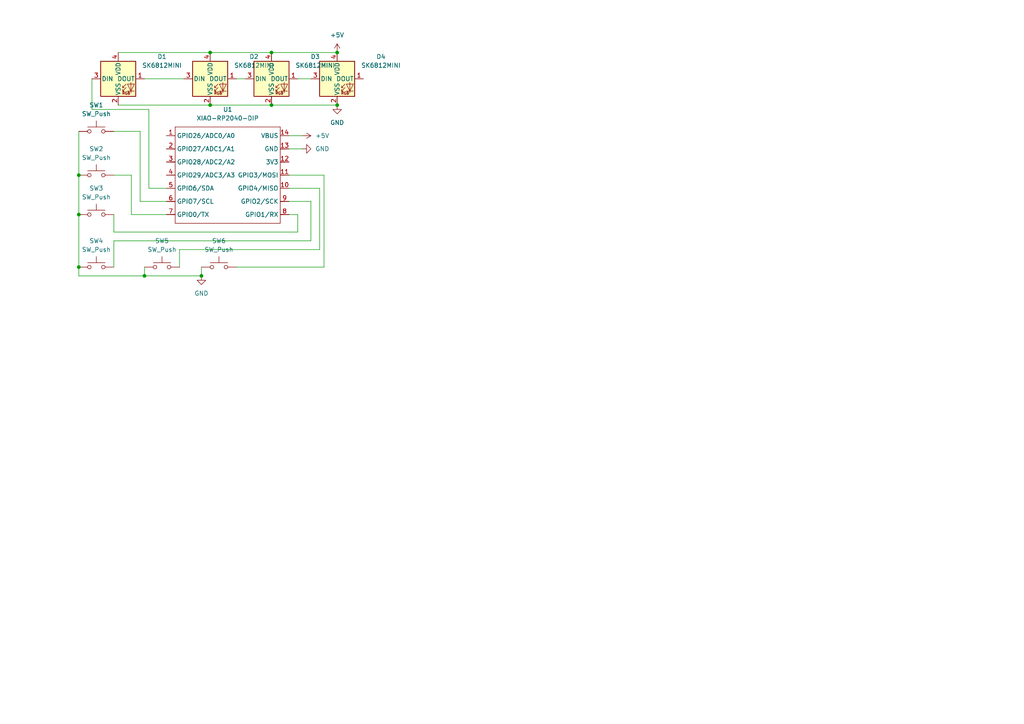
<source format=kicad_sch>
(kicad_sch
	(version 20250114)
	(generator "eeschema")
	(generator_version "9.0")
	(uuid "ecf43a95-1ecd-4ee0-98b8-0faa546a91b0")
	(paper "A4")
	(lib_symbols
		(symbol "LED:SK6812MINI"
			(pin_names
				(offset 0.254)
			)
			(exclude_from_sim no)
			(in_bom yes)
			(on_board yes)
			(property "Reference" "D"
				(at 5.08 5.715 0)
				(effects
					(font
						(size 1.27 1.27)
					)
					(justify right bottom)
				)
			)
			(property "Value" "SK6812MINI"
				(at 1.27 -5.715 0)
				(effects
					(font
						(size 1.27 1.27)
					)
					(justify left top)
				)
			)
			(property "Footprint" "LED_SMD:LED_SK6812MINI_PLCC4_3.5x3.5mm_P1.75mm"
				(at 1.27 -7.62 0)
				(effects
					(font
						(size 1.27 1.27)
					)
					(justify left top)
					(hide yes)
				)
			)
			(property "Datasheet" "https://cdn-shop.adafruit.com/product-files/2686/SK6812MINI_REV.01-1-2.pdf"
				(at 2.54 -9.525 0)
				(effects
					(font
						(size 1.27 1.27)
					)
					(justify left top)
					(hide yes)
				)
			)
			(property "Description" "RGB LED with integrated controller"
				(at 0 0 0)
				(effects
					(font
						(size 1.27 1.27)
					)
					(hide yes)
				)
			)
			(property "ki_keywords" "RGB LED NeoPixel Mini addressable"
				(at 0 0 0)
				(effects
					(font
						(size 1.27 1.27)
					)
					(hide yes)
				)
			)
			(property "ki_fp_filters" "LED*SK6812MINI*PLCC*3.5x3.5mm*P1.75mm*"
				(at 0 0 0)
				(effects
					(font
						(size 1.27 1.27)
					)
					(hide yes)
				)
			)
			(symbol "SK6812MINI_0_0"
				(text "RGB"
					(at 2.286 -4.191 0)
					(effects
						(font
							(size 0.762 0.762)
						)
					)
				)
			)
			(symbol "SK6812MINI_0_1"
				(polyline
					(pts
						(xy 1.27 -2.54) (xy 1.778 -2.54)
					)
					(stroke
						(width 0)
						(type default)
					)
					(fill
						(type none)
					)
				)
				(polyline
					(pts
						(xy 1.27 -3.556) (xy 1.778 -3.556)
					)
					(stroke
						(width 0)
						(type default)
					)
					(fill
						(type none)
					)
				)
				(polyline
					(pts
						(xy 2.286 -1.524) (xy 1.27 -2.54) (xy 1.27 -2.032)
					)
					(stroke
						(width 0)
						(type default)
					)
					(fill
						(type none)
					)
				)
				(polyline
					(pts
						(xy 2.286 -2.54) (xy 1.27 -3.556) (xy 1.27 -3.048)
					)
					(stroke
						(width 0)
						(type default)
					)
					(fill
						(type none)
					)
				)
				(polyline
					(pts
						(xy 3.683 -1.016) (xy 3.683 -3.556) (xy 3.683 -4.064)
					)
					(stroke
						(width 0)
						(type default)
					)
					(fill
						(type none)
					)
				)
				(polyline
					(pts
						(xy 4.699 -1.524) (xy 2.667 -1.524) (xy 3.683 -3.556) (xy 4.699 -1.524)
					)
					(stroke
						(width 0)
						(type default)
					)
					(fill
						(type none)
					)
				)
				(polyline
					(pts
						(xy 4.699 -3.556) (xy 2.667 -3.556)
					)
					(stroke
						(width 0)
						(type default)
					)
					(fill
						(type none)
					)
				)
				(rectangle
					(start 5.08 5.08)
					(end -5.08 -5.08)
					(stroke
						(width 0.254)
						(type default)
					)
					(fill
						(type background)
					)
				)
			)
			(symbol "SK6812MINI_1_1"
				(pin input line
					(at -7.62 0 0)
					(length 2.54)
					(name "DIN"
						(effects
							(font
								(size 1.27 1.27)
							)
						)
					)
					(number "3"
						(effects
							(font
								(size 1.27 1.27)
							)
						)
					)
				)
				(pin power_in line
					(at 0 7.62 270)
					(length 2.54)
					(name "VDD"
						(effects
							(font
								(size 1.27 1.27)
							)
						)
					)
					(number "4"
						(effects
							(font
								(size 1.27 1.27)
							)
						)
					)
				)
				(pin power_in line
					(at 0 -7.62 90)
					(length 2.54)
					(name "VSS"
						(effects
							(font
								(size 1.27 1.27)
							)
						)
					)
					(number "2"
						(effects
							(font
								(size 1.27 1.27)
							)
						)
					)
				)
				(pin output line
					(at 7.62 0 180)
					(length 2.54)
					(name "DOUT"
						(effects
							(font
								(size 1.27 1.27)
							)
						)
					)
					(number "1"
						(effects
							(font
								(size 1.27 1.27)
							)
						)
					)
				)
			)
			(embedded_fonts no)
		)
		(symbol "Seeed_Studio_XIAO_Series:XIAO-RP2040-DIP"
			(exclude_from_sim no)
			(in_bom yes)
			(on_board yes)
			(property "Reference" "U"
				(at 0 0 0)
				(effects
					(font
						(size 1.27 1.27)
					)
				)
			)
			(property "Value" "XIAO-RP2040-DIP"
				(at 5.334 -1.778 0)
				(effects
					(font
						(size 1.27 1.27)
					)
				)
			)
			(property "Footprint" "Module:MOUDLE14P-XIAO-DIP-SMD"
				(at 14.478 -32.258 0)
				(effects
					(font
						(size 1.27 1.27)
					)
					(hide yes)
				)
			)
			(property "Datasheet" ""
				(at 0 0 0)
				(effects
					(font
						(size 1.27 1.27)
					)
					(hide yes)
				)
			)
			(property "Description" ""
				(at 0 0 0)
				(effects
					(font
						(size 1.27 1.27)
					)
					(hide yes)
				)
			)
			(symbol "XIAO-RP2040-DIP_1_0"
				(polyline
					(pts
						(xy -1.27 -2.54) (xy 29.21 -2.54)
					)
					(stroke
						(width 0.1524)
						(type solid)
					)
					(fill
						(type none)
					)
				)
				(polyline
					(pts
						(xy -1.27 -5.08) (xy -2.54 -5.08)
					)
					(stroke
						(width 0.1524)
						(type solid)
					)
					(fill
						(type none)
					)
				)
				(polyline
					(pts
						(xy -1.27 -5.08) (xy -1.27 -2.54)
					)
					(stroke
						(width 0.1524)
						(type solid)
					)
					(fill
						(type none)
					)
				)
				(polyline
					(pts
						(xy -1.27 -8.89) (xy -2.54 -8.89)
					)
					(stroke
						(width 0.1524)
						(type solid)
					)
					(fill
						(type none)
					)
				)
				(polyline
					(pts
						(xy -1.27 -8.89) (xy -1.27 -5.08)
					)
					(stroke
						(width 0.1524)
						(type solid)
					)
					(fill
						(type none)
					)
				)
				(polyline
					(pts
						(xy -1.27 -12.7) (xy -2.54 -12.7)
					)
					(stroke
						(width 0.1524)
						(type solid)
					)
					(fill
						(type none)
					)
				)
				(polyline
					(pts
						(xy -1.27 -12.7) (xy -1.27 -8.89)
					)
					(stroke
						(width 0.1524)
						(type solid)
					)
					(fill
						(type none)
					)
				)
				(polyline
					(pts
						(xy -1.27 -16.51) (xy -2.54 -16.51)
					)
					(stroke
						(width 0.1524)
						(type solid)
					)
					(fill
						(type none)
					)
				)
				(polyline
					(pts
						(xy -1.27 -16.51) (xy -1.27 -12.7)
					)
					(stroke
						(width 0.1524)
						(type solid)
					)
					(fill
						(type none)
					)
				)
				(polyline
					(pts
						(xy -1.27 -20.32) (xy -2.54 -20.32)
					)
					(stroke
						(width 0.1524)
						(type solid)
					)
					(fill
						(type none)
					)
				)
				(polyline
					(pts
						(xy -1.27 -24.13) (xy -2.54 -24.13)
					)
					(stroke
						(width 0.1524)
						(type solid)
					)
					(fill
						(type none)
					)
				)
				(polyline
					(pts
						(xy -1.27 -27.94) (xy -2.54 -27.94)
					)
					(stroke
						(width 0.1524)
						(type solid)
					)
					(fill
						(type none)
					)
				)
				(polyline
					(pts
						(xy -1.27 -30.48) (xy -1.27 -16.51)
					)
					(stroke
						(width 0.1524)
						(type solid)
					)
					(fill
						(type none)
					)
				)
				(polyline
					(pts
						(xy 29.21 -2.54) (xy 29.21 -5.08)
					)
					(stroke
						(width 0.1524)
						(type solid)
					)
					(fill
						(type none)
					)
				)
				(polyline
					(pts
						(xy 29.21 -5.08) (xy 29.21 -8.89)
					)
					(stroke
						(width 0.1524)
						(type solid)
					)
					(fill
						(type none)
					)
				)
				(polyline
					(pts
						(xy 29.21 -8.89) (xy 29.21 -12.7)
					)
					(stroke
						(width 0.1524)
						(type solid)
					)
					(fill
						(type none)
					)
				)
				(polyline
					(pts
						(xy 29.21 -12.7) (xy 29.21 -30.48)
					)
					(stroke
						(width 0.1524)
						(type solid)
					)
					(fill
						(type none)
					)
				)
				(polyline
					(pts
						(xy 29.21 -30.48) (xy -1.27 -30.48)
					)
					(stroke
						(width 0.1524)
						(type solid)
					)
					(fill
						(type none)
					)
				)
				(polyline
					(pts
						(xy 30.48 -5.08) (xy 29.21 -5.08)
					)
					(stroke
						(width 0.1524)
						(type solid)
					)
					(fill
						(type none)
					)
				)
				(polyline
					(pts
						(xy 30.48 -8.89) (xy 29.21 -8.89)
					)
					(stroke
						(width 0.1524)
						(type solid)
					)
					(fill
						(type none)
					)
				)
				(polyline
					(pts
						(xy 30.48 -12.7) (xy 29.21 -12.7)
					)
					(stroke
						(width 0.1524)
						(type solid)
					)
					(fill
						(type none)
					)
				)
				(polyline
					(pts
						(xy 30.48 -16.51) (xy 29.21 -16.51)
					)
					(stroke
						(width 0.1524)
						(type solid)
					)
					(fill
						(type none)
					)
				)
				(polyline
					(pts
						(xy 30.48 -20.32) (xy 29.21 -20.32)
					)
					(stroke
						(width 0.1524)
						(type solid)
					)
					(fill
						(type none)
					)
				)
				(polyline
					(pts
						(xy 30.48 -24.13) (xy 29.21 -24.13)
					)
					(stroke
						(width 0.1524)
						(type solid)
					)
					(fill
						(type none)
					)
				)
				(polyline
					(pts
						(xy 30.48 -27.94) (xy 29.21 -27.94)
					)
					(stroke
						(width 0.1524)
						(type solid)
					)
					(fill
						(type none)
					)
				)
				(pin passive line
					(at -3.81 -5.08 0)
					(length 2.54)
					(name "GPIO26/ADC0/A0"
						(effects
							(font
								(size 1.27 1.27)
							)
						)
					)
					(number "1"
						(effects
							(font
								(size 1.27 1.27)
							)
						)
					)
				)
				(pin passive line
					(at -3.81 -8.89 0)
					(length 2.54)
					(name "GPIO27/ADC1/A1"
						(effects
							(font
								(size 1.27 1.27)
							)
						)
					)
					(number "2"
						(effects
							(font
								(size 1.27 1.27)
							)
						)
					)
				)
				(pin passive line
					(at -3.81 -12.7 0)
					(length 2.54)
					(name "GPIO28/ADC2/A2"
						(effects
							(font
								(size 1.27 1.27)
							)
						)
					)
					(number "3"
						(effects
							(font
								(size 1.27 1.27)
							)
						)
					)
				)
				(pin passive line
					(at -3.81 -16.51 0)
					(length 2.54)
					(name "GPIO29/ADC3/A3"
						(effects
							(font
								(size 1.27 1.27)
							)
						)
					)
					(number "4"
						(effects
							(font
								(size 1.27 1.27)
							)
						)
					)
				)
				(pin passive line
					(at -3.81 -20.32 0)
					(length 2.54)
					(name "GPIO6/SDA"
						(effects
							(font
								(size 1.27 1.27)
							)
						)
					)
					(number "5"
						(effects
							(font
								(size 1.27 1.27)
							)
						)
					)
				)
				(pin passive line
					(at -3.81 -24.13 0)
					(length 2.54)
					(name "GPIO7/SCL"
						(effects
							(font
								(size 1.27 1.27)
							)
						)
					)
					(number "6"
						(effects
							(font
								(size 1.27 1.27)
							)
						)
					)
				)
				(pin passive line
					(at -3.81 -27.94 0)
					(length 2.54)
					(name "GPIO0/TX"
						(effects
							(font
								(size 1.27 1.27)
							)
						)
					)
					(number "7"
						(effects
							(font
								(size 1.27 1.27)
							)
						)
					)
				)
				(pin passive line
					(at 31.75 -5.08 180)
					(length 2.54)
					(name "VBUS"
						(effects
							(font
								(size 1.27 1.27)
							)
						)
					)
					(number "14"
						(effects
							(font
								(size 1.27 1.27)
							)
						)
					)
				)
				(pin passive line
					(at 31.75 -8.89 180)
					(length 2.54)
					(name "GND"
						(effects
							(font
								(size 1.27 1.27)
							)
						)
					)
					(number "13"
						(effects
							(font
								(size 1.27 1.27)
							)
						)
					)
				)
				(pin passive line
					(at 31.75 -12.7 180)
					(length 2.54)
					(name "3V3"
						(effects
							(font
								(size 1.27 1.27)
							)
						)
					)
					(number "12"
						(effects
							(font
								(size 1.27 1.27)
							)
						)
					)
				)
				(pin passive line
					(at 31.75 -16.51 180)
					(length 2.54)
					(name "GPIO3/MOSI"
						(effects
							(font
								(size 1.27 1.27)
							)
						)
					)
					(number "11"
						(effects
							(font
								(size 1.27 1.27)
							)
						)
					)
				)
				(pin passive line
					(at 31.75 -20.32 180)
					(length 2.54)
					(name "GPIO4/MISO"
						(effects
							(font
								(size 1.27 1.27)
							)
						)
					)
					(number "10"
						(effects
							(font
								(size 1.27 1.27)
							)
						)
					)
				)
				(pin passive line
					(at 31.75 -24.13 180)
					(length 2.54)
					(name "GPIO2/SCK"
						(effects
							(font
								(size 1.27 1.27)
							)
						)
					)
					(number "9"
						(effects
							(font
								(size 1.27 1.27)
							)
						)
					)
				)
				(pin passive line
					(at 31.75 -27.94 180)
					(length 2.54)
					(name "GPIO1/RX"
						(effects
							(font
								(size 1.27 1.27)
							)
						)
					)
					(number "8"
						(effects
							(font
								(size 1.27 1.27)
							)
						)
					)
				)
			)
			(embedded_fonts no)
		)
		(symbol "Switch:SW_Push"
			(pin_numbers
				(hide yes)
			)
			(pin_names
				(offset 1.016)
				(hide yes)
			)
			(exclude_from_sim no)
			(in_bom yes)
			(on_board yes)
			(property "Reference" "SW"
				(at 1.27 2.54 0)
				(effects
					(font
						(size 1.27 1.27)
					)
					(justify left)
				)
			)
			(property "Value" "SW_Push"
				(at 0 -1.524 0)
				(effects
					(font
						(size 1.27 1.27)
					)
				)
			)
			(property "Footprint" ""
				(at 0 5.08 0)
				(effects
					(font
						(size 1.27 1.27)
					)
					(hide yes)
				)
			)
			(property "Datasheet" "~"
				(at 0 5.08 0)
				(effects
					(font
						(size 1.27 1.27)
					)
					(hide yes)
				)
			)
			(property "Description" "Push button switch, generic, two pins"
				(at 0 0 0)
				(effects
					(font
						(size 1.27 1.27)
					)
					(hide yes)
				)
			)
			(property "ki_keywords" "switch normally-open pushbutton push-button"
				(at 0 0 0)
				(effects
					(font
						(size 1.27 1.27)
					)
					(hide yes)
				)
			)
			(symbol "SW_Push_0_1"
				(circle
					(center -2.032 0)
					(radius 0.508)
					(stroke
						(width 0)
						(type default)
					)
					(fill
						(type none)
					)
				)
				(polyline
					(pts
						(xy 0 1.27) (xy 0 3.048)
					)
					(stroke
						(width 0)
						(type default)
					)
					(fill
						(type none)
					)
				)
				(circle
					(center 2.032 0)
					(radius 0.508)
					(stroke
						(width 0)
						(type default)
					)
					(fill
						(type none)
					)
				)
				(polyline
					(pts
						(xy 2.54 1.27) (xy -2.54 1.27)
					)
					(stroke
						(width 0)
						(type default)
					)
					(fill
						(type none)
					)
				)
				(pin passive line
					(at -5.08 0 0)
					(length 2.54)
					(name "1"
						(effects
							(font
								(size 1.27 1.27)
							)
						)
					)
					(number "1"
						(effects
							(font
								(size 1.27 1.27)
							)
						)
					)
				)
				(pin passive line
					(at 5.08 0 180)
					(length 2.54)
					(name "2"
						(effects
							(font
								(size 1.27 1.27)
							)
						)
					)
					(number "2"
						(effects
							(font
								(size 1.27 1.27)
							)
						)
					)
				)
			)
			(embedded_fonts no)
		)
		(symbol "power:+5V"
			(power)
			(pin_numbers
				(hide yes)
			)
			(pin_names
				(offset 0)
				(hide yes)
			)
			(exclude_from_sim no)
			(in_bom yes)
			(on_board yes)
			(property "Reference" "#PWR"
				(at 0 -3.81 0)
				(effects
					(font
						(size 1.27 1.27)
					)
					(hide yes)
				)
			)
			(property "Value" "+5V"
				(at 0 3.556 0)
				(effects
					(font
						(size 1.27 1.27)
					)
				)
			)
			(property "Footprint" ""
				(at 0 0 0)
				(effects
					(font
						(size 1.27 1.27)
					)
					(hide yes)
				)
			)
			(property "Datasheet" ""
				(at 0 0 0)
				(effects
					(font
						(size 1.27 1.27)
					)
					(hide yes)
				)
			)
			(property "Description" "Power symbol creates a global label with name \"+5V\""
				(at 0 0 0)
				(effects
					(font
						(size 1.27 1.27)
					)
					(hide yes)
				)
			)
			(property "ki_keywords" "global power"
				(at 0 0 0)
				(effects
					(font
						(size 1.27 1.27)
					)
					(hide yes)
				)
			)
			(symbol "+5V_0_1"
				(polyline
					(pts
						(xy -0.762 1.27) (xy 0 2.54)
					)
					(stroke
						(width 0)
						(type default)
					)
					(fill
						(type none)
					)
				)
				(polyline
					(pts
						(xy 0 2.54) (xy 0.762 1.27)
					)
					(stroke
						(width 0)
						(type default)
					)
					(fill
						(type none)
					)
				)
				(polyline
					(pts
						(xy 0 0) (xy 0 2.54)
					)
					(stroke
						(width 0)
						(type default)
					)
					(fill
						(type none)
					)
				)
			)
			(symbol "+5V_1_1"
				(pin power_in line
					(at 0 0 90)
					(length 0)
					(name "~"
						(effects
							(font
								(size 1.27 1.27)
							)
						)
					)
					(number "1"
						(effects
							(font
								(size 1.27 1.27)
							)
						)
					)
				)
			)
			(embedded_fonts no)
		)
		(symbol "power:GND"
			(power)
			(pin_numbers
				(hide yes)
			)
			(pin_names
				(offset 0)
				(hide yes)
			)
			(exclude_from_sim no)
			(in_bom yes)
			(on_board yes)
			(property "Reference" "#PWR"
				(at 0 -6.35 0)
				(effects
					(font
						(size 1.27 1.27)
					)
					(hide yes)
				)
			)
			(property "Value" "GND"
				(at 0 -3.81 0)
				(effects
					(font
						(size 1.27 1.27)
					)
				)
			)
			(property "Footprint" ""
				(at 0 0 0)
				(effects
					(font
						(size 1.27 1.27)
					)
					(hide yes)
				)
			)
			(property "Datasheet" ""
				(at 0 0 0)
				(effects
					(font
						(size 1.27 1.27)
					)
					(hide yes)
				)
			)
			(property "Description" "Power symbol creates a global label with name \"GND\" , ground"
				(at 0 0 0)
				(effects
					(font
						(size 1.27 1.27)
					)
					(hide yes)
				)
			)
			(property "ki_keywords" "global power"
				(at 0 0 0)
				(effects
					(font
						(size 1.27 1.27)
					)
					(hide yes)
				)
			)
			(symbol "GND_0_1"
				(polyline
					(pts
						(xy 0 0) (xy 0 -1.27) (xy 1.27 -1.27) (xy 0 -2.54) (xy -1.27 -1.27) (xy 0 -1.27)
					)
					(stroke
						(width 0)
						(type default)
					)
					(fill
						(type none)
					)
				)
			)
			(symbol "GND_1_1"
				(pin power_in line
					(at 0 0 270)
					(length 0)
					(name "~"
						(effects
							(font
								(size 1.27 1.27)
							)
						)
					)
					(number "1"
						(effects
							(font
								(size 1.27 1.27)
							)
						)
					)
				)
			)
			(embedded_fonts no)
		)
	)
	(junction
		(at 22.86 50.8)
		(diameter 0)
		(color 0 0 0 0)
		(uuid "17a599c3-9f1d-42cd-94d4-b95c17d783b1")
	)
	(junction
		(at 78.74 15.24)
		(diameter 0)
		(color 0 0 0 0)
		(uuid "1830bd7a-95ca-4503-b8bf-39078bca018a")
	)
	(junction
		(at 58.42 80.01)
		(diameter 0)
		(color 0 0 0 0)
		(uuid "1e3d5755-1b56-45bd-9026-40975bffb43c")
	)
	(junction
		(at 41.91 80.01)
		(diameter 0)
		(color 0 0 0 0)
		(uuid "25d429ab-15bb-4d9b-8947-eb3bf7072cc7")
	)
	(junction
		(at 22.86 77.47)
		(diameter 0)
		(color 0 0 0 0)
		(uuid "2eae7877-9ad6-4caf-bdd0-86a89101d1b9")
	)
	(junction
		(at 60.96 15.24)
		(diameter 0)
		(color 0 0 0 0)
		(uuid "4a8975d7-ea23-4325-ab1b-dfd842c8a2b3")
	)
	(junction
		(at 97.79 15.24)
		(diameter 0)
		(color 0 0 0 0)
		(uuid "76fc2aef-1441-4f1c-a757-213d6ddb7b82")
	)
	(junction
		(at 97.79 30.48)
		(diameter 0)
		(color 0 0 0 0)
		(uuid "b2d7ea22-ef4a-490e-a242-605f4bec19fa")
	)
	(junction
		(at 78.74 30.48)
		(diameter 0)
		(color 0 0 0 0)
		(uuid "f1e71338-0066-467c-a356-59439c45e762")
	)
	(junction
		(at 60.96 30.48)
		(diameter 0)
		(color 0 0 0 0)
		(uuid "fd07e674-9706-4ac2-90d8-767a1cc45e56")
	)
	(junction
		(at 22.86 62.23)
		(diameter 0)
		(color 0 0 0 0)
		(uuid "fdd622e9-feac-40de-9e13-13d4284b49af")
	)
	(wire
		(pts
			(xy 22.86 77.47) (xy 22.86 80.01)
		)
		(stroke
			(width 0)
			(type default)
		)
		(uuid "080d3b43-146b-4e5e-a11e-d7c7b2517aef")
	)
	(wire
		(pts
			(xy 40.64 38.1) (xy 33.02 38.1)
		)
		(stroke
			(width 0)
			(type default)
		)
		(uuid "0b9088f5-6578-439a-9221-f52ac8f3c022")
	)
	(wire
		(pts
			(xy 92.71 54.61) (xy 92.71 72.39)
		)
		(stroke
			(width 0)
			(type default)
		)
		(uuid "0bb7b0e6-dbf6-4bc1-bb2b-199112001520")
	)
	(wire
		(pts
			(xy 48.26 58.42) (xy 40.64 58.42)
		)
		(stroke
			(width 0)
			(type default)
		)
		(uuid "1420ed12-3da9-4c09-8e8c-0e2098dc02bf")
	)
	(wire
		(pts
			(xy 52.07 72.39) (xy 52.07 77.47)
		)
		(stroke
			(width 0)
			(type default)
		)
		(uuid "159f6c9a-e3eb-4ed9-acb4-eac694ffc948")
	)
	(wire
		(pts
			(xy 86.36 62.23) (xy 86.36 67.31)
		)
		(stroke
			(width 0)
			(type default)
		)
		(uuid "15ba0b28-90bf-4c13-917c-54b45f16bb54")
	)
	(wire
		(pts
			(xy 87.63 43.18) (xy 83.82 43.18)
		)
		(stroke
			(width 0)
			(type default)
		)
		(uuid "1a404e9a-b5e7-457d-ad60-19befda33570")
	)
	(wire
		(pts
			(xy 48.26 62.23) (xy 38.1 62.23)
		)
		(stroke
			(width 0)
			(type default)
		)
		(uuid "2927cf1e-dd14-4806-ae3b-2e8475784d98")
	)
	(wire
		(pts
			(xy 90.17 69.85) (xy 33.02 69.85)
		)
		(stroke
			(width 0)
			(type default)
		)
		(uuid "2d35e6d3-615f-49b5-a02c-115883d884a8")
	)
	(wire
		(pts
			(xy 38.1 62.23) (xy 38.1 50.8)
		)
		(stroke
			(width 0)
			(type default)
		)
		(uuid "33451812-4c21-4be9-9970-29a1f7a3674a")
	)
	(wire
		(pts
			(xy 86.36 22.86) (xy 90.17 22.86)
		)
		(stroke
			(width 0)
			(type default)
		)
		(uuid "3e3ee621-708a-4b5b-bf79-b89c4a09708c")
	)
	(wire
		(pts
			(xy 43.18 54.61) (xy 43.18 31.75)
		)
		(stroke
			(width 0)
			(type default)
		)
		(uuid "40fbfd9b-781d-4ee8-bbb0-17bcfc2b40b9")
	)
	(wire
		(pts
			(xy 60.96 30.48) (xy 78.74 30.48)
		)
		(stroke
			(width 0)
			(type default)
		)
		(uuid "42be1fd1-3699-44b6-be85-b2e9b336d3d7")
	)
	(wire
		(pts
			(xy 38.1 50.8) (xy 33.02 50.8)
		)
		(stroke
			(width 0)
			(type default)
		)
		(uuid "4ac1f20e-e0ee-409f-ad9c-a9f99ff3cbc0")
	)
	(wire
		(pts
			(xy 26.67 31.75) (xy 26.67 22.86)
		)
		(stroke
			(width 0)
			(type default)
		)
		(uuid "4b2f5f75-e055-4696-b9b3-26ff55b0a061")
	)
	(wire
		(pts
			(xy 34.29 30.48) (xy 60.96 30.48)
		)
		(stroke
			(width 0)
			(type default)
		)
		(uuid "52c503b9-10ac-456c-a3a3-7bc6a4257a43")
	)
	(wire
		(pts
			(xy 93.98 50.8) (xy 93.98 77.47)
		)
		(stroke
			(width 0)
			(type default)
		)
		(uuid "5a352de5-c43b-4fa5-b3a7-891c224a465a")
	)
	(wire
		(pts
			(xy 90.17 58.42) (xy 90.17 69.85)
		)
		(stroke
			(width 0)
			(type default)
		)
		(uuid "5e40299d-11d2-48e2-a5fc-b10a1c136e1b")
	)
	(wire
		(pts
			(xy 58.42 77.47) (xy 58.42 80.01)
		)
		(stroke
			(width 0)
			(type default)
		)
		(uuid "620fc2ee-9e4f-4033-920f-24fbd0b42274")
	)
	(wire
		(pts
			(xy 78.74 30.48) (xy 97.79 30.48)
		)
		(stroke
			(width 0)
			(type default)
		)
		(uuid "63f336ef-19c3-48e9-b302-b2f146b490e4")
	)
	(wire
		(pts
			(xy 48.26 54.61) (xy 43.18 54.61)
		)
		(stroke
			(width 0)
			(type default)
		)
		(uuid "68a94d2a-c6f7-4cb9-8de7-821c6a2afe7d")
	)
	(wire
		(pts
			(xy 86.36 67.31) (xy 33.02 67.31)
		)
		(stroke
			(width 0)
			(type default)
		)
		(uuid "763c4533-fbdc-447f-9740-9f75910a0e08")
	)
	(wire
		(pts
			(xy 83.82 58.42) (xy 90.17 58.42)
		)
		(stroke
			(width 0)
			(type default)
		)
		(uuid "780dba9d-8f47-4a73-b7bf-89ac3654a19a")
	)
	(wire
		(pts
			(xy 83.82 62.23) (xy 86.36 62.23)
		)
		(stroke
			(width 0)
			(type default)
		)
		(uuid "801881c6-9c77-475e-bc82-52cd4c0609f6")
	)
	(wire
		(pts
			(xy 33.02 67.31) (xy 33.02 62.23)
		)
		(stroke
			(width 0)
			(type default)
		)
		(uuid "849335d9-b351-430d-bec0-cc0cf512c8c5")
	)
	(wire
		(pts
			(xy 83.82 50.8) (xy 93.98 50.8)
		)
		(stroke
			(width 0)
			(type default)
		)
		(uuid "8a9d17ed-d4cb-47f3-bbbc-4ffd6c5c7994")
	)
	(wire
		(pts
			(xy 22.86 62.23) (xy 22.86 77.47)
		)
		(stroke
			(width 0)
			(type default)
		)
		(uuid "8c662896-e20d-402a-af88-3040058e6718")
	)
	(wire
		(pts
			(xy 83.82 54.61) (xy 92.71 54.61)
		)
		(stroke
			(width 0)
			(type default)
		)
		(uuid "8f6719ec-c569-4d01-8f16-09329ae3e75d")
	)
	(wire
		(pts
			(xy 33.02 69.85) (xy 33.02 77.47)
		)
		(stroke
			(width 0)
			(type default)
		)
		(uuid "90ae87ce-c69e-495e-b8c0-0904d448a481")
	)
	(wire
		(pts
			(xy 60.96 15.24) (xy 78.74 15.24)
		)
		(stroke
			(width 0)
			(type default)
		)
		(uuid "952d7cae-68da-4735-82de-a5fb362805d9")
	)
	(wire
		(pts
			(xy 83.82 39.37) (xy 87.63 39.37)
		)
		(stroke
			(width 0)
			(type default)
		)
		(uuid "95971625-51f0-4d3e-989f-58779c79d571")
	)
	(wire
		(pts
			(xy 22.86 38.1) (xy 22.86 50.8)
		)
		(stroke
			(width 0)
			(type default)
		)
		(uuid "9f5e4f79-e8aa-43f1-9be8-3b71de978638")
	)
	(wire
		(pts
			(xy 68.58 22.86) (xy 71.12 22.86)
		)
		(stroke
			(width 0)
			(type default)
		)
		(uuid "a4e01f50-ebc0-4eab-8591-46723f3d44b1")
	)
	(wire
		(pts
			(xy 41.91 80.01) (xy 41.91 77.47)
		)
		(stroke
			(width 0)
			(type default)
		)
		(uuid "a5251a81-e611-43d1-bcf2-4b441713f626")
	)
	(wire
		(pts
			(xy 41.91 80.01) (xy 58.42 80.01)
		)
		(stroke
			(width 0)
			(type default)
		)
		(uuid "acd75174-39f1-48ec-9d7a-ebff2f7384c6")
	)
	(wire
		(pts
			(xy 22.86 50.8) (xy 22.86 62.23)
		)
		(stroke
			(width 0)
			(type default)
		)
		(uuid "b738528c-42c5-4a42-b823-d06b3fafad2f")
	)
	(wire
		(pts
			(xy 92.71 72.39) (xy 52.07 72.39)
		)
		(stroke
			(width 0)
			(type default)
		)
		(uuid "c1568f9f-ee3e-4406-9f0e-2cadf345ca0f")
	)
	(wire
		(pts
			(xy 43.18 31.75) (xy 26.67 31.75)
		)
		(stroke
			(width 0)
			(type default)
		)
		(uuid "cfdd6a38-31a4-4e8a-86d0-317fb014c3c8")
	)
	(wire
		(pts
			(xy 40.64 58.42) (xy 40.64 38.1)
		)
		(stroke
			(width 0)
			(type default)
		)
		(uuid "d64eb159-9685-4727-b89a-b95ef29fa7b9")
	)
	(wire
		(pts
			(xy 78.74 15.24) (xy 97.79 15.24)
		)
		(stroke
			(width 0)
			(type default)
		)
		(uuid "d89b0aa1-c707-4a32-ac30-9ff94683bebc")
	)
	(wire
		(pts
			(xy 41.91 22.86) (xy 53.34 22.86)
		)
		(stroke
			(width 0)
			(type default)
		)
		(uuid "d9847a28-5fd8-48ac-b26d-b77f9b71fcb7")
	)
	(wire
		(pts
			(xy 93.98 77.47) (xy 68.58 77.47)
		)
		(stroke
			(width 0)
			(type default)
		)
		(uuid "e3f565a3-5dd5-427e-adcd-17bd7100e82c")
	)
	(wire
		(pts
			(xy 34.29 15.24) (xy 60.96 15.24)
		)
		(stroke
			(width 0)
			(type default)
		)
		(uuid "fadf0651-3dd6-4f2e-85a5-eaf3b3861706")
	)
	(wire
		(pts
			(xy 22.86 80.01) (xy 41.91 80.01)
		)
		(stroke
			(width 0)
			(type default)
		)
		(uuid "ffecf9ab-cd83-416d-bc97-85c567e368c7")
	)
	(symbol
		(lib_id "Switch:SW_Push")
		(at 27.94 62.23 0)
		(unit 1)
		(exclude_from_sim no)
		(in_bom yes)
		(on_board yes)
		(dnp no)
		(fields_autoplaced yes)
		(uuid "01188605-1fda-45ee-927a-6c36ddff0bcf")
		(property "Reference" "SW3"
			(at 27.94 54.61 0)
			(effects
				(font
					(size 1.27 1.27)
				)
			)
		)
		(property "Value" "SW_Push"
			(at 27.94 57.15 0)
			(effects
				(font
					(size 1.27 1.27)
				)
			)
		)
		(property "Footprint" "Button_Switch_Keyboard:SW_Cherry_MX_1.00u_PCB"
			(at 27.94 57.15 0)
			(effects
				(font
					(size 1.27 1.27)
				)
				(hide yes)
			)
		)
		(property "Datasheet" "~"
			(at 27.94 57.15 0)
			(effects
				(font
					(size 1.27 1.27)
				)
				(hide yes)
			)
		)
		(property "Description" "Push button switch, generic, two pins"
			(at 27.94 62.23 0)
			(effects
				(font
					(size 1.27 1.27)
				)
				(hide yes)
			)
		)
		(pin "1"
			(uuid "502a8023-eceb-4230-8034-1dc4ceaa3159")
		)
		(pin "2"
			(uuid "5d62139c-82e3-4c04-abee-3432ec443290")
		)
		(instances
			(project ""
				(path "/ecf43a95-1ecd-4ee0-98b8-0faa546a91b0"
					(reference "SW3")
					(unit 1)
				)
			)
		)
	)
	(symbol
		(lib_id "Switch:SW_Push")
		(at 46.99 77.47 0)
		(unit 1)
		(exclude_from_sim no)
		(in_bom yes)
		(on_board yes)
		(dnp no)
		(fields_autoplaced yes)
		(uuid "0ae6c104-197e-4e83-89ea-8e7be1c6ebc4")
		(property "Reference" "SW5"
			(at 46.99 69.85 0)
			(effects
				(font
					(size 1.27 1.27)
				)
			)
		)
		(property "Value" "SW_Push"
			(at 46.99 72.39 0)
			(effects
				(font
					(size 1.27 1.27)
				)
			)
		)
		(property "Footprint" "Button_Switch_Keyboard:SW_Cherry_MX_1.00u_PCB"
			(at 46.99 72.39 0)
			(effects
				(font
					(size 1.27 1.27)
				)
				(hide yes)
			)
		)
		(property "Datasheet" "~"
			(at 46.99 72.39 0)
			(effects
				(font
					(size 1.27 1.27)
				)
				(hide yes)
			)
		)
		(property "Description" "Push button switch, generic, two pins"
			(at 46.99 77.47 0)
			(effects
				(font
					(size 1.27 1.27)
				)
				(hide yes)
			)
		)
		(pin "2"
			(uuid "9e959c2f-f383-45b9-880b-3b536b132f88")
		)
		(pin "1"
			(uuid "c9a8c2a6-bbde-4c3e-ae66-21aed079df34")
		)
		(instances
			(project ""
				(path "/ecf43a95-1ecd-4ee0-98b8-0faa546a91b0"
					(reference "SW5")
					(unit 1)
				)
			)
		)
	)
	(symbol
		(lib_id "Switch:SW_Push")
		(at 27.94 38.1 0)
		(unit 1)
		(exclude_from_sim no)
		(in_bom yes)
		(on_board yes)
		(dnp no)
		(fields_autoplaced yes)
		(uuid "0de256e1-1edb-406b-b24a-19641294da45")
		(property "Reference" "SW1"
			(at 27.94 30.48 0)
			(effects
				(font
					(size 1.27 1.27)
				)
			)
		)
		(property "Value" "SW_Push"
			(at 27.94 33.02 0)
			(effects
				(font
					(size 1.27 1.27)
				)
			)
		)
		(property "Footprint" "Button_Switch_Keyboard:SW_Cherry_MX_1.00u_PCB"
			(at 27.94 33.02 0)
			(effects
				(font
					(size 1.27 1.27)
				)
				(hide yes)
			)
		)
		(property "Datasheet" "~"
			(at 27.94 33.02 0)
			(effects
				(font
					(size 1.27 1.27)
				)
				(hide yes)
			)
		)
		(property "Description" "Push button switch, generic, two pins"
			(at 27.94 38.1 0)
			(effects
				(font
					(size 1.27 1.27)
				)
				(hide yes)
			)
		)
		(pin "2"
			(uuid "ee622762-00ec-4bdc-923f-668341572636")
		)
		(pin "1"
			(uuid "b9281662-5901-4941-8b50-9aac74dbf2a9")
		)
		(instances
			(project ""
				(path "/ecf43a95-1ecd-4ee0-98b8-0faa546a91b0"
					(reference "SW1")
					(unit 1)
				)
			)
		)
	)
	(symbol
		(lib_id "power:GND")
		(at 58.42 80.01 0)
		(unit 1)
		(exclude_from_sim no)
		(in_bom yes)
		(on_board yes)
		(dnp no)
		(fields_autoplaced yes)
		(uuid "1c393ea3-41af-474c-ba97-f5cd381adc2c")
		(property "Reference" "#PWR04"
			(at 58.42 86.36 0)
			(effects
				(font
					(size 1.27 1.27)
				)
				(hide yes)
			)
		)
		(property "Value" "GND"
			(at 58.42 85.09 0)
			(effects
				(font
					(size 1.27 1.27)
				)
			)
		)
		(property "Footprint" ""
			(at 58.42 80.01 0)
			(effects
				(font
					(size 1.27 1.27)
				)
				(hide yes)
			)
		)
		(property "Datasheet" ""
			(at 58.42 80.01 0)
			(effects
				(font
					(size 1.27 1.27)
				)
				(hide yes)
			)
		)
		(property "Description" "Power symbol creates a global label with name \"GND\" , ground"
			(at 58.42 80.01 0)
			(effects
				(font
					(size 1.27 1.27)
				)
				(hide yes)
			)
		)
		(pin "1"
			(uuid "4b48a320-7876-4ef0-8a52-bf6c22a1379a")
		)
		(instances
			(project ""
				(path "/ecf43a95-1ecd-4ee0-98b8-0faa546a91b0"
					(reference "#PWR04")
					(unit 1)
				)
			)
		)
	)
	(symbol
		(lib_id "power:+5V")
		(at 97.79 15.24 0)
		(unit 1)
		(exclude_from_sim no)
		(in_bom yes)
		(on_board yes)
		(dnp no)
		(fields_autoplaced yes)
		(uuid "30d00262-12d8-4e7b-b4b1-73267d0f359f")
		(property "Reference" "#PWR05"
			(at 97.79 19.05 0)
			(effects
				(font
					(size 1.27 1.27)
				)
				(hide yes)
			)
		)
		(property "Value" "+5V"
			(at 97.79 10.16 0)
			(effects
				(font
					(size 1.27 1.27)
				)
			)
		)
		(property "Footprint" ""
			(at 97.79 15.24 0)
			(effects
				(font
					(size 1.27 1.27)
				)
				(hide yes)
			)
		)
		(property "Datasheet" ""
			(at 97.79 15.24 0)
			(effects
				(font
					(size 1.27 1.27)
				)
				(hide yes)
			)
		)
		(property "Description" "Power symbol creates a global label with name \"+5V\""
			(at 97.79 15.24 0)
			(effects
				(font
					(size 1.27 1.27)
				)
				(hide yes)
			)
		)
		(pin "1"
			(uuid "05eb04cc-5b4e-440f-bdbd-cfbc720257fa")
		)
		(instances
			(project ""
				(path "/ecf43a95-1ecd-4ee0-98b8-0faa546a91b0"
					(reference "#PWR05")
					(unit 1)
				)
			)
		)
	)
	(symbol
		(lib_id "LED:SK6812MINI")
		(at 34.29 22.86 0)
		(unit 1)
		(exclude_from_sim no)
		(in_bom yes)
		(on_board yes)
		(dnp no)
		(fields_autoplaced yes)
		(uuid "3e60725e-ea16-465a-aaa5-7b99aeaf2ef7")
		(property "Reference" "D1"
			(at 46.99 16.4398 0)
			(effects
				(font
					(size 1.27 1.27)
				)
			)
		)
		(property "Value" "SK6812MINI"
			(at 46.99 18.9798 0)
			(effects
				(font
					(size 1.27 1.27)
				)
			)
		)
		(property "Footprint" "LED_SMD:LED_SK6812MINI_PLCC4_3.5x3.5mm_P1.75mm"
			(at 35.56 30.48 0)
			(effects
				(font
					(size 1.27 1.27)
				)
				(justify left top)
				(hide yes)
			)
		)
		(property "Datasheet" "https://cdn-shop.adafruit.com/product-files/2686/SK6812MINI_REV.01-1-2.pdf"
			(at 36.83 32.385 0)
			(effects
				(font
					(size 1.27 1.27)
				)
				(justify left top)
				(hide yes)
			)
		)
		(property "Description" "RGB LED with integrated controller"
			(at 34.29 22.86 0)
			(effects
				(font
					(size 1.27 1.27)
				)
				(hide yes)
			)
		)
		(pin "2"
			(uuid "b5b26406-5fad-4625-9650-dc82835ec056")
		)
		(pin "3"
			(uuid "dea9281d-33f6-4549-8463-3d2a667de839")
		)
		(pin "1"
			(uuid "d04f49ce-6e28-4dea-a589-9ba45f797e78")
		)
		(pin "4"
			(uuid "22b133dc-9f21-4744-a435-5e211e3fc725")
		)
		(instances
			(project ""
				(path "/ecf43a95-1ecd-4ee0-98b8-0faa546a91b0"
					(reference "D1")
					(unit 1)
				)
			)
		)
	)
	(symbol
		(lib_id "LED:SK6812MINI")
		(at 60.96 22.86 0)
		(unit 1)
		(exclude_from_sim no)
		(in_bom yes)
		(on_board yes)
		(dnp no)
		(fields_autoplaced yes)
		(uuid "5373065c-30d0-4c7e-946a-271424bf302f")
		(property "Reference" "D2"
			(at 73.66 16.4398 0)
			(effects
				(font
					(size 1.27 1.27)
				)
			)
		)
		(property "Value" "SK6812MINI"
			(at 73.66 18.9798 0)
			(effects
				(font
					(size 1.27 1.27)
				)
			)
		)
		(property "Footprint" "LED_SMD:LED_SK6812MINI_PLCC4_3.5x3.5mm_P1.75mm"
			(at 62.23 30.48 0)
			(effects
				(font
					(size 1.27 1.27)
				)
				(justify left top)
				(hide yes)
			)
		)
		(property "Datasheet" "https://cdn-shop.adafruit.com/product-files/2686/SK6812MINI_REV.01-1-2.pdf"
			(at 63.5 32.385 0)
			(effects
				(font
					(size 1.27 1.27)
				)
				(justify left top)
				(hide yes)
			)
		)
		(property "Description" "RGB LED with integrated controller"
			(at 60.96 22.86 0)
			(effects
				(font
					(size 1.27 1.27)
				)
				(hide yes)
			)
		)
		(pin "3"
			(uuid "d693fb4c-1dfd-4642-beb8-2eba426f0001")
		)
		(pin "4"
			(uuid "1b1a5731-d44e-4c9b-ba64-30dc77144d18")
		)
		(pin "1"
			(uuid "0f5df837-5612-4285-a44b-2b8babe943d2")
		)
		(pin "2"
			(uuid "fdb4da02-240a-44f5-8915-79db234b5557")
		)
		(instances
			(project ""
				(path "/ecf43a95-1ecd-4ee0-98b8-0faa546a91b0"
					(reference "D2")
					(unit 1)
				)
			)
		)
	)
	(symbol
		(lib_id "Switch:SW_Push")
		(at 27.94 77.47 0)
		(unit 1)
		(exclude_from_sim no)
		(in_bom yes)
		(on_board yes)
		(dnp no)
		(fields_autoplaced yes)
		(uuid "5920e0ff-e1f8-4735-a77f-0e01a3072e38")
		(property "Reference" "SW4"
			(at 27.94 69.85 0)
			(effects
				(font
					(size 1.27 1.27)
				)
			)
		)
		(property "Value" "SW_Push"
			(at 27.94 72.39 0)
			(effects
				(font
					(size 1.27 1.27)
				)
			)
		)
		(property "Footprint" "Button_Switch_Keyboard:SW_Cherry_MX_1.00u_PCB"
			(at 27.94 72.39 0)
			(effects
				(font
					(size 1.27 1.27)
				)
				(hide yes)
			)
		)
		(property "Datasheet" "~"
			(at 27.94 72.39 0)
			(effects
				(font
					(size 1.27 1.27)
				)
				(hide yes)
			)
		)
		(property "Description" "Push button switch, generic, two pins"
			(at 27.94 77.47 0)
			(effects
				(font
					(size 1.27 1.27)
				)
				(hide yes)
			)
		)
		(pin "1"
			(uuid "c88f66c0-af39-4ce0-93d0-b256bbb35fac")
		)
		(pin "2"
			(uuid "deef8ca5-1a8a-4674-8566-950c5ad7827d")
		)
		(instances
			(project ""
				(path "/ecf43a95-1ecd-4ee0-98b8-0faa546a91b0"
					(reference "SW4")
					(unit 1)
				)
			)
		)
	)
	(symbol
		(lib_id "Seeed_Studio_XIAO_Series:XIAO-RP2040-DIP")
		(at 52.07 34.29 0)
		(unit 1)
		(exclude_from_sim no)
		(in_bom yes)
		(on_board yes)
		(dnp no)
		(fields_autoplaced yes)
		(uuid "869e0e96-0d18-4cc5-9827-db7c19052d16")
		(property "Reference" "U1"
			(at 66.04 31.75 0)
			(effects
				(font
					(size 1.27 1.27)
				)
			)
		)
		(property "Value" "XIAO-RP2040-DIP"
			(at 66.04 34.29 0)
			(effects
				(font
					(size 1.27 1.27)
				)
			)
		)
		(property "Footprint" "Hackpad:XIAO-RP2040-DIP"
			(at 66.548 66.548 0)
			(effects
				(font
					(size 1.27 1.27)
				)
				(hide yes)
			)
		)
		(property "Datasheet" ""
			(at 52.07 34.29 0)
			(effects
				(font
					(size 1.27 1.27)
				)
				(hide yes)
			)
		)
		(property "Description" ""
			(at 52.07 34.29 0)
			(effects
				(font
					(size 1.27 1.27)
				)
				(hide yes)
			)
		)
		(pin "1"
			(uuid "5fa08461-f30c-416d-9a3b-846ed15707fb")
		)
		(pin "3"
			(uuid "ab6ef3b1-a0cb-4c92-a8bc-f05602af4d09")
		)
		(pin "4"
			(uuid "e0ce0db2-414d-4630-87c7-2d1753dfcbd9")
		)
		(pin "5"
			(uuid "d73ade02-87ce-429d-ba82-387dbaabd014")
		)
		(pin "6"
			(uuid "5f4c881d-4ac1-4f10-966c-8a4627da035d")
		)
		(pin "7"
			(uuid "52a879cc-1a24-458e-9256-66beebeb9528")
		)
		(pin "14"
			(uuid "d6333dcf-8057-4e8a-8bff-9f2a32b612a4")
		)
		(pin "13"
			(uuid "f52cd3a1-bfcf-4236-a390-8c4499eb52ad")
		)
		(pin "12"
			(uuid "42d69567-c353-4389-9f63-7e47194fb43f")
		)
		(pin "2"
			(uuid "4c872310-3179-4f78-809e-6f1893834b39")
		)
		(pin "10"
			(uuid "c35a5427-e9b2-4d52-8fd1-2a0e3b840894")
		)
		(pin "9"
			(uuid "0a1bc119-ffaf-4a66-955d-45a824552e9e")
		)
		(pin "8"
			(uuid "7a715f47-5bac-497a-9146-bb20b998aeb0")
		)
		(pin "11"
			(uuid "16191351-2555-4b31-a6ed-dd2a523f411e")
		)
		(instances
			(project ""
				(path "/ecf43a95-1ecd-4ee0-98b8-0faa546a91b0"
					(reference "U1")
					(unit 1)
				)
			)
		)
	)
	(symbol
		(lib_id "Switch:SW_Push")
		(at 63.5 77.47 0)
		(unit 1)
		(exclude_from_sim no)
		(in_bom yes)
		(on_board yes)
		(dnp no)
		(fields_autoplaced yes)
		(uuid "a1c52067-3be6-4ec9-a9e0-4c9b94802149")
		(property "Reference" "SW6"
			(at 63.5 69.85 0)
			(effects
				(font
					(size 1.27 1.27)
				)
			)
		)
		(property "Value" "SW_Push"
			(at 63.5 72.39 0)
			(effects
				(font
					(size 1.27 1.27)
				)
			)
		)
		(property "Footprint" "Button_Switch_Keyboard:SW_Cherry_MX_1.00u_PCB"
			(at 63.5 72.39 0)
			(effects
				(font
					(size 1.27 1.27)
				)
				(hide yes)
			)
		)
		(property "Datasheet" "~"
			(at 63.5 72.39 0)
			(effects
				(font
					(size 1.27 1.27)
				)
				(hide yes)
			)
		)
		(property "Description" "Push button switch, generic, two pins"
			(at 63.5 77.47 0)
			(effects
				(font
					(size 1.27 1.27)
				)
				(hide yes)
			)
		)
		(pin "1"
			(uuid "a7bad79d-a654-479f-99d5-eb908a628faf")
		)
		(pin "2"
			(uuid "ddfc034d-1e29-4437-bb89-6425afb070b4")
		)
		(instances
			(project ""
				(path "/ecf43a95-1ecd-4ee0-98b8-0faa546a91b0"
					(reference "SW6")
					(unit 1)
				)
			)
		)
	)
	(symbol
		(lib_id "power:GND")
		(at 87.63 43.18 90)
		(unit 1)
		(exclude_from_sim no)
		(in_bom yes)
		(on_board yes)
		(dnp no)
		(fields_autoplaced yes)
		(uuid "a37820e6-67dc-442c-9c4c-77da70330d2e")
		(property "Reference" "#PWR01"
			(at 93.98 43.18 0)
			(effects
				(font
					(size 1.27 1.27)
				)
				(hide yes)
			)
		)
		(property "Value" "GND"
			(at 91.44 43.1799 90)
			(effects
				(font
					(size 1.27 1.27)
				)
				(justify right)
			)
		)
		(property "Footprint" ""
			(at 87.63 43.18 0)
			(effects
				(font
					(size 1.27 1.27)
				)
				(hide yes)
			)
		)
		(property "Datasheet" ""
			(at 87.63 43.18 0)
			(effects
				(font
					(size 1.27 1.27)
				)
				(hide yes)
			)
		)
		(property "Description" "Power symbol creates a global label with name \"GND\" , ground"
			(at 87.63 43.18 0)
			(effects
				(font
					(size 1.27 1.27)
				)
				(hide yes)
			)
		)
		(pin "1"
			(uuid "f99ce55b-2844-4711-b090-006d659d9f20")
		)
		(instances
			(project ""
				(path "/ecf43a95-1ecd-4ee0-98b8-0faa546a91b0"
					(reference "#PWR01")
					(unit 1)
				)
			)
		)
	)
	(symbol
		(lib_id "power:+5V")
		(at 87.63 39.37 270)
		(unit 1)
		(exclude_from_sim no)
		(in_bom yes)
		(on_board yes)
		(dnp no)
		(fields_autoplaced yes)
		(uuid "a57c9b14-6a96-45ef-9b64-e8f412346fbe")
		(property "Reference" "#PWR02"
			(at 83.82 39.37 0)
			(effects
				(font
					(size 1.27 1.27)
				)
				(hide yes)
			)
		)
		(property "Value" "+5V"
			(at 91.44 39.3699 90)
			(effects
				(font
					(size 1.27 1.27)
				)
				(justify left)
			)
		)
		(property "Footprint" ""
			(at 87.63 39.37 0)
			(effects
				(font
					(size 1.27 1.27)
				)
				(hide yes)
			)
		)
		(property "Datasheet" ""
			(at 87.63 39.37 0)
			(effects
				(font
					(size 1.27 1.27)
				)
				(hide yes)
			)
		)
		(property "Description" "Power symbol creates a global label with name \"+5V\""
			(at 87.63 39.37 0)
			(effects
				(font
					(size 1.27 1.27)
				)
				(hide yes)
			)
		)
		(pin "1"
			(uuid "5375c0f6-88da-4360-b00d-c182ed74d22e")
		)
		(instances
			(project ""
				(path "/ecf43a95-1ecd-4ee0-98b8-0faa546a91b0"
					(reference "#PWR02")
					(unit 1)
				)
			)
		)
	)
	(symbol
		(lib_id "power:GND")
		(at 97.79 30.48 0)
		(unit 1)
		(exclude_from_sim no)
		(in_bom yes)
		(on_board yes)
		(dnp no)
		(fields_autoplaced yes)
		(uuid "aa6ca6cb-59b2-43dc-b611-24d52448b1d0")
		(property "Reference" "#PWR03"
			(at 97.79 36.83 0)
			(effects
				(font
					(size 1.27 1.27)
				)
				(hide yes)
			)
		)
		(property "Value" "GND"
			(at 97.79 35.56 0)
			(effects
				(font
					(size 1.27 1.27)
				)
			)
		)
		(property "Footprint" ""
			(at 97.79 30.48 0)
			(effects
				(font
					(size 1.27 1.27)
				)
				(hide yes)
			)
		)
		(property "Datasheet" ""
			(at 97.79 30.48 0)
			(effects
				(font
					(size 1.27 1.27)
				)
				(hide yes)
			)
		)
		(property "Description" "Power symbol creates a global label with name \"GND\" , ground"
			(at 97.79 30.48 0)
			(effects
				(font
					(size 1.27 1.27)
				)
				(hide yes)
			)
		)
		(pin "1"
			(uuid "e0fb11c0-0f65-4e3a-8e6a-a997a19c623b")
		)
		(instances
			(project ""
				(path "/ecf43a95-1ecd-4ee0-98b8-0faa546a91b0"
					(reference "#PWR03")
					(unit 1)
				)
			)
		)
	)
	(symbol
		(lib_id "Switch:SW_Push")
		(at 27.94 50.8 0)
		(unit 1)
		(exclude_from_sim no)
		(in_bom yes)
		(on_board yes)
		(dnp no)
		(fields_autoplaced yes)
		(uuid "d32fee2f-4f44-4786-97d1-dc285198cba7")
		(property "Reference" "SW2"
			(at 27.94 43.18 0)
			(effects
				(font
					(size 1.27 1.27)
				)
			)
		)
		(property "Value" "SW_Push"
			(at 27.94 45.72 0)
			(effects
				(font
					(size 1.27 1.27)
				)
			)
		)
		(property "Footprint" "Button_Switch_Keyboard:SW_Cherry_MX_1.00u_PCB"
			(at 27.94 45.72 0)
			(effects
				(font
					(size 1.27 1.27)
				)
				(hide yes)
			)
		)
		(property "Datasheet" "~"
			(at 27.94 45.72 0)
			(effects
				(font
					(size 1.27 1.27)
				)
				(hide yes)
			)
		)
		(property "Description" "Push button switch, generic, two pins"
			(at 27.94 50.8 0)
			(effects
				(font
					(size 1.27 1.27)
				)
				(hide yes)
			)
		)
		(pin "2"
			(uuid "e55b29d2-271b-422d-b266-3819616b4b92")
		)
		(pin "1"
			(uuid "cdd7fff5-f94e-4efb-8583-e0f0ad00e36b")
		)
		(instances
			(project ""
				(path "/ecf43a95-1ecd-4ee0-98b8-0faa546a91b0"
					(reference "SW2")
					(unit 1)
				)
			)
		)
	)
	(symbol
		(lib_id "LED:SK6812MINI")
		(at 78.74 22.86 0)
		(unit 1)
		(exclude_from_sim no)
		(in_bom yes)
		(on_board yes)
		(dnp no)
		(fields_autoplaced yes)
		(uuid "e6a1c6fc-7af0-4807-a3a7-0e75366821bf")
		(property "Reference" "D3"
			(at 91.44 16.4398 0)
			(effects
				(font
					(size 1.27 1.27)
				)
			)
		)
		(property "Value" "SK6812MINI"
			(at 91.44 18.9798 0)
			(effects
				(font
					(size 1.27 1.27)
				)
			)
		)
		(property "Footprint" "LED_SMD:LED_SK6812MINI_PLCC4_3.5x3.5mm_P1.75mm"
			(at 80.01 30.48 0)
			(effects
				(font
					(size 1.27 1.27)
				)
				(justify left top)
				(hide yes)
			)
		)
		(property "Datasheet" "https://cdn-shop.adafruit.com/product-files/2686/SK6812MINI_REV.01-1-2.pdf"
			(at 81.28 32.385 0)
			(effects
				(font
					(size 1.27 1.27)
				)
				(justify left top)
				(hide yes)
			)
		)
		(property "Description" "RGB LED with integrated controller"
			(at 78.74 22.86 0)
			(effects
				(font
					(size 1.27 1.27)
				)
				(hide yes)
			)
		)
		(pin "3"
			(uuid "45ee4ca9-371e-424c-bde1-b365390668e1")
		)
		(pin "4"
			(uuid "2ca239ca-481d-44b1-8ccf-b2d27cd4e7bb")
		)
		(pin "2"
			(uuid "32309405-67cb-4add-af83-c46a6ddae93d")
		)
		(pin "1"
			(uuid "ecabf9b3-c227-4270-b179-f6a2830380e8")
		)
		(instances
			(project ""
				(path "/ecf43a95-1ecd-4ee0-98b8-0faa546a91b0"
					(reference "D3")
					(unit 1)
				)
			)
		)
	)
	(symbol
		(lib_id "LED:SK6812MINI")
		(at 97.79 22.86 0)
		(unit 1)
		(exclude_from_sim no)
		(in_bom yes)
		(on_board yes)
		(dnp no)
		(fields_autoplaced yes)
		(uuid "f9e1edc5-202c-4700-bab5-80cb5332868d")
		(property "Reference" "D4"
			(at 110.49 16.4398 0)
			(effects
				(font
					(size 1.27 1.27)
				)
			)
		)
		(property "Value" "SK6812MINI"
			(at 110.49 18.9798 0)
			(effects
				(font
					(size 1.27 1.27)
				)
			)
		)
		(property "Footprint" "LED_SMD:LED_SK6812MINI_PLCC4_3.5x3.5mm_P1.75mm"
			(at 99.06 30.48 0)
			(effects
				(font
					(size 1.27 1.27)
				)
				(justify left top)
				(hide yes)
			)
		)
		(property "Datasheet" "https://cdn-shop.adafruit.com/product-files/2686/SK6812MINI_REV.01-1-2.pdf"
			(at 100.33 32.385 0)
			(effects
				(font
					(size 1.27 1.27)
				)
				(justify left top)
				(hide yes)
			)
		)
		(property "Description" "RGB LED with integrated controller"
			(at 97.79 22.86 0)
			(effects
				(font
					(size 1.27 1.27)
				)
				(hide yes)
			)
		)
		(pin "3"
			(uuid "e51bdb35-cb98-4566-905f-cb55cfea1a6c")
		)
		(pin "1"
			(uuid "249e71b6-81b3-4fc3-8846-3d05b3ce1385")
		)
		(pin "2"
			(uuid "cbf6f427-34f9-425b-82ce-c50f7e2b4fd5")
		)
		(pin "4"
			(uuid "fcde05a8-4bee-4238-9dad-686c9f26abba")
		)
		(instances
			(project ""
				(path "/ecf43a95-1ecd-4ee0-98b8-0faa546a91b0"
					(reference "D4")
					(unit 1)
				)
			)
		)
	)
	(sheet_instances
		(path "/"
			(page "1")
		)
	)
	(embedded_fonts no)
)

</source>
